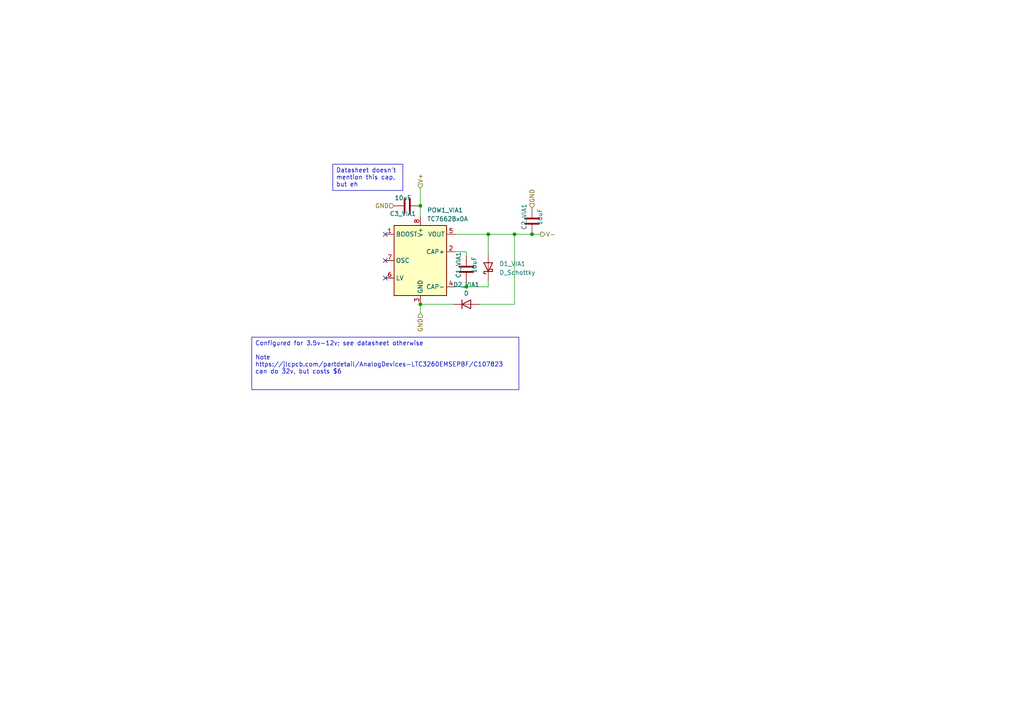
<source format=kicad_sch>
(kicad_sch (version 20230121) (generator eeschema)
  (paper "A4")
  (title_block (title "Voltage Inverter 3.5v-12v") (comment 1 "A little wider range than the other") (comment 2 "Also a little more complicated"))
  (lib_symbols
    (symbol "Converter_DCDC:TC7662Bx0A"
      (property "Reference" "U" (at -6.35 11.43 0))
      (property "Value" "TC7662Bx0A" (at 7.62 11.43 0))
      (symbol "TC7662Bx0A_0_1"
        (rectangle (start -7.62 10.16) (end 7.62 -10.16) (stroke (width 0.254)) (fill (type background)))
      )
      (symbol "TC7662Bx0A_1_1"
        (pin input line (at -10.16 7.62 0) (length 2.54) (name "BOOST") (number "1"))
        (pin passive line (at 10.16 2.54 180) (length 2.54) (name "CAP+") (number "2"))
        (pin power_in line (at 0 -12.7 90) (length 2.54) (name "GND") (number "3"))
        (pin passive line (at 10.16 -7.62 180) (length 2.54) (name "CAP-") (number "4"))
        (pin power_out line (at 10.16 7.62 180) (length 2.54) (name "VOUT") (number "5"))
        (pin input line (at -10.16 -5.08 0) (length 2.54) (name "LV") (number "6"))
        (pin passive line (at -10.16 0 0) (length 2.54) (name "OSC") (number "7"))
        (pin power_in line (at 0 12.7 270) (length 2.54) (name "V+") (number "8"))
      )
    )
    (symbol "Device:C" (pin_numbers hide) (pin_names (offset 0.254))
      (property "Reference" "C" (at 0.635 2.54 0))
      (property "Value" "C" (at 0.635 -2.54 0))
      (symbol "C_0_1"
        (polyline (pts (xy -2.032 -0.762) (xy 2.032 -0.762)) (stroke (width 0.508)))
        (polyline (pts (xy -2.032 0.762) (xy 2.032 0.762)) (stroke (width 0.508)))
      )
      (symbol "C_1_1"
        (pin passive line (at 0 3.81 270) (length 2.794) (name "~") (number "1"))
        (pin passive line (at 0 -3.81 90) (length 2.794) (name "~") (number "2"))
      )
    )
    (symbol "Device:D" (pin_numbers hide) (pin_names (offset 1.016) hide)
      (property "Reference" "D" (at 0 2.54 0))
      (property "Value" "D" (at 0 -2.54 0))
      (symbol "D_0_1"
        (polyline (pts (xy -1.27 1.27) (xy -1.27 -1.27)) (stroke (width 0.254)))
        (polyline (pts (xy 1.27 0) (xy -1.27 0)))
        (polyline (pts (xy 1.27 1.27) (xy 1.27 -1.27) (xy -1.27 0) (xy 1.27 1.27)) (stroke (width 0.254)))
      )
      (symbol "D_1_1"
        (pin passive line (at -3.81 0 0) (length 2.54) (name "K") (number "1"))
        (pin passive line (at 3.81 0 180) (length 2.54) (name "A") (number "2"))
      )
    )
    (symbol "Device:D_Schottky" (pin_numbers hide) (pin_names (offset 1.016) hide)
      (property "Reference" "D" (at 0 2.54 0))
      (property "Value" "D_Schottky" (at 0 -2.54 0))
      (symbol "D_Schottky_0_1"
        (polyline (pts (xy 1.27 0) (xy -1.27 0)))
        (polyline (pts (xy 1.27 1.27) (xy 1.27 -1.27) (xy -1.27 0) (xy 1.27 1.27)) (stroke (width 0.254)))
        (polyline (pts (xy -1.905 0.635) (xy -1.905 1.27) (xy -1.27 1.27) (xy -1.27 -1.27) (xy -0.635 -1.27) (xy -0.635 -0.635)) (stroke (width 0.254)))
      )
      (symbol "D_Schottky_1_1"
        (pin passive line (at -3.81 0 0) (length 2.54) (name "K") (number "1"))
        (pin passive line (at 3.81 0 180) (length 2.54) (name "A") (number "2"))
      )
    )
  )
  (junction (at 121.92 88.265))
  (junction (at 154.305 67.945))
  (junction (at 149.225 67.945))
  (junction (at 135.255 83.185))
  (junction (at 121.92 59.69))
  (junction (at 141.605 67.945))
  (no_connect (at 111.76 67.945))
  (no_connect (at 111.76 80.645))
  (no_connect (at 111.76 75.565))
  (wire (pts (xy 135.255 73.025) (xy 135.255 74.295)))
  (wire (pts (xy 121.92 59.69) (xy 121.92 62.865)))
  (wire (pts (xy 121.92 90.805) (xy 121.92 88.265)))
  (wire (pts (xy 141.605 67.945) (xy 141.605 73.66)))
  (wire (pts (xy 149.225 67.945) (xy 154.305 67.945)))
  (wire (pts (xy 149.225 67.945) (xy 149.225 88.265)))
  (wire (pts (xy 121.92 54.61) (xy 121.92 59.69)))
  (wire (pts (xy 132.08 67.945) (xy 141.605 67.945)))
  (wire (pts (xy 139.065 88.265) (xy 149.225 88.265)))
  (wire (pts (xy 141.605 67.945) (xy 149.225 67.945)))
  (wire (pts (xy 132.08 83.185) (xy 135.255 83.185)))
  (wire (pts (xy 154.305 67.945) (xy 156.845 67.945)))
  (wire (pts (xy 141.605 81.28) (xy 141.605 83.185)))
  (wire (pts (xy 135.255 83.185) (xy 135.255 81.915)))
  (wire (pts (xy 141.605 83.185) (xy 135.255 83.185)))
  (wire (pts (xy 121.92 88.265) (xy 131.445 88.265)))
  (wire (pts (xy 132.08 73.025) (xy 135.255 73.025)))
  (text_box "Configured for 3.5v-12v; see datasheet otherwise\n\nNote https://jlcpcb.com/partdetail/AnalogDevices-LTC3260EMSEPBF/C107823 can do 32v, but costs $6" (at 73.025 97.79 0) (size 77.47 15.24) (effects (font (size 1.27 1.27)) (justify left top)))
  (text_box "Datasheet doesn't mention this cap, but eh" (at 96.52 47.625 0) (size 20.32 7.62) (effects (font (size 1.27 1.27)) (justify left top)))
  (hierarchical_label "GND" (shape input) (at 154.305 60.325 90))
  (hierarchical_label "V-" (shape output) (at 156.845 67.945 0))
  (hierarchical_label "GND" (shape input) (at 121.92 90.805 270))
  (hierarchical_label "GND" (shape input) (at 114.3 59.69 180))
  (hierarchical_label "V+" (shape input) (at 121.92 54.61 90))
  (symbol (lib_id "Device:C") (at 118.11 59.69 90) (unit 1)
    (property "Reference" "C3_VIA1" (at 116.86 61.98 90))
    (property "Value" "10uF" (at 116.86 57.39 90))
    (property "Footprint" "Capacitor_SMD:C_0805_2012Metric" (effects hide))
    (property "MFR" "CL21A106KOQNNNE" (effects hide))
    (property "LCSC" "C1713" (effects hide))
  )
  (symbol (lib_id "Device:C") (at 154.305 64.135 0) (unit 1)
    (property "Reference" "C2_VIA1" (at 152.015 62.885 90))
    (property "Value" "10uF" (at 156.605 62.885 90))
    (property "Footprint" "Capacitor_SMD:C_0805_2012Metric" (effects hide))
    (property "MFR" "CL21A106KOQNNNE" (effects hide))
    (property "LCSC" "C1713" (effects hide))
  )
  (symbol (lib_id "Device:C") (at 135.255 78.105 0) (unit 1)
    (property "Reference" "C1_VIA1" (at 132.965 76.855 90))
    (property "Value" "10uF" (at 137.555 76.855 90))
    (property "Footprint" "Capacitor_SMD:C_0805_2012Metric" (effects hide))
    (property "MFR" "CL21A106KOQNNNE" (effects hide))
    (property "LCSC" "C1713" (effects hide))
  )
  (symbol (lib_id "Converter_DCDC:TC7662Bx0A") (at 121.92 75.565 0) (unit 1)
    (property "Reference" "POW1_VIA1" (at 123.8759 60.96 0) (effects (justify left)))
    (property "Value" "TC7662Bx0A" (at 123.8759 63.5 0) (effects (justify left)))
    (property "Footprint" "Package_SO:SOIC-8_3.9x4.9mm_P1.27mm" (effects hide))
    (property "Datasheet" "http://ww1.microchip.com/downloads/en/DeviceDoc/21469a.pdf" (effects hide))
    (property "MFR" "ICL7660SCBAZ-T" (effects hide))
    (property "LCSC" "C357815" (effects hide))
    (property "Description" "Charge pump Fixed -12V~-1.5V 45mA 1.5V~12V SOP-8  DC-DC Converters ROHS" (effects hide))
    (property "URL" "https://jlcpcb.com/partdetail/RENESAS-ICL7660SCBAZT/C357815" (effects hide))
  )
  (symbol (lib_id "Device:D_Schottky") (at 141.605 77.47 90) (unit 1)
    (property "Reference" "D1_VIA1" (at 144.78 76.5175 90) (effects (justify right)))
    (property "Value" "D_Schottky" (at 144.78 79.0575 90) (effects (justify right)))
    (property "Footprint" "Diode_SMD:D_0402_1005Metric" (effects hide))
    (property "MFR" "RB161QS-40T18R" (effects hide))
    (property "LCSC" "C2837790" (effects hide))
    (property "Description" "40V Single 600mV@1A 1A 0402  Schottky Barrier Diodes (SBD) ROHS" (effects hide))
    (property "URL" "https://jlcpcb.com/partdetail/ROHMSemicon-RB161QS40T18R/C2837790" (effects hide))
  )
  (symbol (lib_id "Device:D") (at 135.255 88.265 0) (unit 1)
    (property "Reference" "D2_VIA1" (at 135.255 82.55 0))
    (property "Value" "D" (at 135.255 85.09 0))
    (property "Footprint" "Diode_SMD:D_0805_2012Metric" (effects hide))
    (property "Sim.Device" "D" (effects hide))
    (property "Sim.Pins" "1=K 2=A" (effects hide))
    (property "MFR" "CD4148WSP" (effects hide))
    (property "LCSC" "C109001" (effects hide))
    (property "Description" "75V 400mW 1.25V@100mA 4ns 150mA 0805  Switching Diode ROHS" (effects hide))
    (property "URL" "https://www.lcsc.com/product-detail/Switching-Diode_LIZ-Elec-LIZ-Elec-CD4148WSP_C109001.html" (effects hide))
  )
)
</source>
